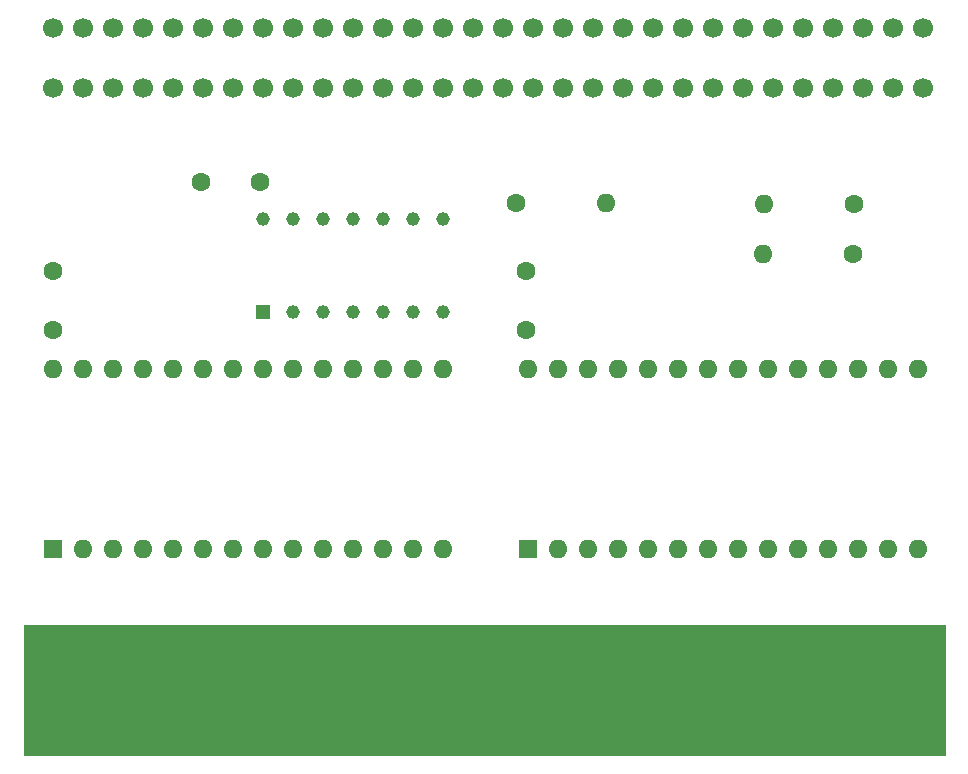
<source format=gts>
G04 #@! TF.GenerationSoftware,KiCad,Pcbnew,7.0.6*
G04 #@! TF.CreationDate,2023-07-19T00:55:54+09:00*
G04 #@! TF.ProjectId,NES_MAmi,4e45535f-4d41-46d6-992e-6b696361645f,rev?*
G04 #@! TF.SameCoordinates,Original*
G04 #@! TF.FileFunction,Soldermask,Top*
G04 #@! TF.FilePolarity,Negative*
%FSLAX46Y46*%
G04 Gerber Fmt 4.6, Leading zero omitted, Abs format (unit mm)*
G04 Created by KiCad (PCBNEW 7.0.6) date 2023-07-19 00:55:54*
%MOMM*%
%LPD*%
G01*
G04 APERTURE LIST*
%ADD10C,0.100000*%
%ADD11C,1.700000*%
%ADD12R,1.600000X1.600000*%
%ADD13O,1.600000X1.600000*%
%ADD14C,1.600000*%
%ADD15R,1.170000X1.170000*%
%ADD16C,1.170000*%
%ADD17R,1.700000X9.300000*%
G04 APERTURE END LIST*
G04 #@! TO.C,MAMICART1*
D10*
X187400000Y-137758800D02*
X109400000Y-137758800D01*
X109400000Y-126789800D01*
X187400000Y-126789800D01*
X187400000Y-137758800D01*
G36*
X187400000Y-137758800D02*
G01*
X109400000Y-137758800D01*
X109400000Y-126789800D01*
X187400000Y-126789800D01*
X187400000Y-137758800D01*
G37*
G04 #@! TD*
D11*
G04 #@! TO.C,VRC_CART1*
X111880000Y-81289800D03*
X114420000Y-81289800D03*
X116960000Y-81289800D03*
X119500000Y-81289800D03*
X122040000Y-81289800D03*
X124580000Y-81289800D03*
X127120000Y-81289800D03*
X129660000Y-81289800D03*
X132200000Y-81289800D03*
X134740000Y-81289800D03*
X137280000Y-81289800D03*
X139820000Y-81289800D03*
X142360000Y-81289800D03*
X144900000Y-81289800D03*
X147440000Y-81289800D03*
X149980000Y-81289800D03*
X152520000Y-81289800D03*
X155060000Y-81289800D03*
X157600000Y-81289800D03*
X160140000Y-81289800D03*
X162680000Y-81289800D03*
X165220000Y-81289800D03*
X167760000Y-81289800D03*
X170300000Y-81289800D03*
X172840000Y-81289800D03*
X175380000Y-81289800D03*
X177920000Y-81289800D03*
X180460000Y-81289800D03*
X183000000Y-81289800D03*
X185540000Y-81289800D03*
X111880000Y-76209800D03*
X114420000Y-76209800D03*
X116960000Y-76209800D03*
X119500000Y-76209800D03*
X122040000Y-76209800D03*
X124580000Y-76209800D03*
X127120000Y-76209800D03*
X129660000Y-76209800D03*
X132200000Y-76209800D03*
X134740000Y-76209800D03*
X137280000Y-76209800D03*
X139820000Y-76209800D03*
X142360000Y-76209800D03*
X144900000Y-76209800D03*
X147440000Y-76209800D03*
X149980000Y-76209800D03*
X152520000Y-76209800D03*
X155060000Y-76209800D03*
X157600000Y-76209800D03*
X160140000Y-76209800D03*
X162680000Y-76209800D03*
X165220000Y-76209800D03*
X167760000Y-76209800D03*
X170300000Y-76209800D03*
X172840000Y-76209800D03*
X175380000Y-76209800D03*
X177920000Y-76209800D03*
X180460000Y-76209800D03*
X183000000Y-76209800D03*
X185540000Y-76209800D03*
G04 #@! TD*
D12*
G04 #@! TO.C,CHRROM1*
X152120000Y-120289800D03*
D13*
X154660000Y-120289800D03*
X157200000Y-120289800D03*
X159740000Y-120289800D03*
X162280000Y-120289800D03*
X164820000Y-120289800D03*
X167360000Y-120289800D03*
X169900000Y-120289800D03*
X172440000Y-120289800D03*
X174980000Y-120289800D03*
X177520000Y-120289800D03*
X180060000Y-120289800D03*
X182600000Y-120289800D03*
X185140000Y-120289800D03*
X185140000Y-105049800D03*
X182600000Y-105049800D03*
X180060000Y-105049800D03*
X177520000Y-105049800D03*
X174980000Y-105049800D03*
X172440000Y-105049800D03*
X169900000Y-105049800D03*
X167360000Y-105049800D03*
X164820000Y-105049800D03*
X162280000Y-105049800D03*
X159740000Y-105049800D03*
X157200000Y-105049800D03*
X154660000Y-105049800D03*
X152120000Y-105049800D03*
G04 #@! TD*
G04 #@! TO.C,R3*
X172030000Y-95339800D03*
D14*
X179650000Y-95339800D03*
G04 #@! TD*
D15*
G04 #@! TO.C,U1*
X129660000Y-100289800D03*
D16*
X132200000Y-100289800D03*
X134740000Y-100289800D03*
X137280000Y-100289800D03*
X139820000Y-100289800D03*
X142360000Y-100289800D03*
X144900000Y-100289800D03*
X144900000Y-92349800D03*
X142360000Y-92349800D03*
X139820000Y-92349800D03*
X137280000Y-92349800D03*
X134740000Y-92349800D03*
X132200000Y-92349800D03*
X129660000Y-92349800D03*
G04 #@! TD*
D14*
G04 #@! TO.C,C1*
X151900000Y-101789800D03*
X151900000Y-96789800D03*
G04 #@! TD*
D13*
G04 #@! TO.C,R2*
X172090000Y-91089800D03*
D14*
X179710000Y-91089800D03*
G04 #@! TD*
G04 #@! TO.C,C2*
X111900000Y-101789800D03*
X111900000Y-96789800D03*
G04 #@! TD*
D12*
G04 #@! TO.C,PRGROM1*
X111860000Y-120289800D03*
D13*
X114400000Y-120289800D03*
X116940000Y-120289800D03*
X119480000Y-120289800D03*
X122020000Y-120289800D03*
X124560000Y-120289800D03*
X127100000Y-120289800D03*
X129640000Y-120289800D03*
X132180000Y-120289800D03*
X134720000Y-120289800D03*
X137260000Y-120289800D03*
X139800000Y-120289800D03*
X142340000Y-120289800D03*
X144880000Y-120289800D03*
X144880000Y-105049800D03*
X142340000Y-105049800D03*
X139800000Y-105049800D03*
X137260000Y-105049800D03*
X134720000Y-105049800D03*
X132180000Y-105049800D03*
X129640000Y-105049800D03*
X127100000Y-105049800D03*
X124560000Y-105049800D03*
X122020000Y-105049800D03*
X119480000Y-105049800D03*
X116940000Y-105049800D03*
X114400000Y-105049800D03*
X111860000Y-105049800D03*
G04 #@! TD*
D17*
G04 #@! TO.C,MAMICART1*
X111570000Y-131789800D03*
X114110000Y-131789800D03*
X116650000Y-131789800D03*
X119190000Y-131789800D03*
X121730000Y-131789800D03*
X124270000Y-131789800D03*
X126810000Y-131789800D03*
X129350000Y-131789800D03*
X131890000Y-131789800D03*
X134430000Y-131789800D03*
X136970000Y-131789800D03*
X139510000Y-131789800D03*
X142050000Y-131789800D03*
X144590000Y-131789800D03*
X147130000Y-131789800D03*
X149670000Y-131789800D03*
X152210000Y-131789800D03*
X154750000Y-131789800D03*
X157290000Y-131789800D03*
X159830000Y-131789800D03*
X162370000Y-131789800D03*
X164910000Y-131789800D03*
X167450000Y-131789800D03*
X169990000Y-131789800D03*
X172530000Y-131789800D03*
X175070000Y-131789800D03*
X177610000Y-131789800D03*
X180150000Y-131789800D03*
X182690000Y-131789800D03*
X185230000Y-131789800D03*
G04 #@! TD*
D14*
G04 #@! TO.C,R1*
X151090000Y-91039800D03*
D13*
X158710000Y-91039800D03*
G04 #@! TD*
D14*
G04 #@! TO.C,C3*
X129400000Y-89289800D03*
X124400000Y-89289800D03*
G04 #@! TD*
M02*

</source>
